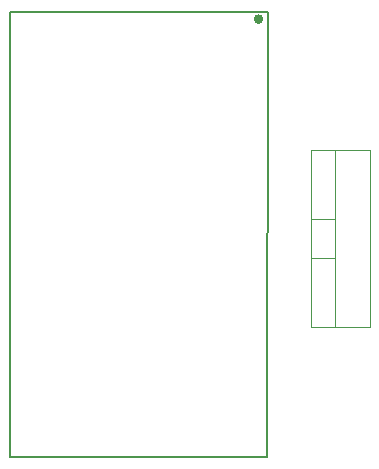
<source format=gbr>
G04 #@! TF.GenerationSoftware,KiCad,Pcbnew,5.1.7-a382d34a8~88~ubuntu18.04.1*
G04 #@! TF.CreationDate,2021-08-20T00:55:46+05:30*
G04 #@! TF.ProjectId,BackEnd_HeavyDevice_v4,4261636b-456e-4645-9f48-656176794465,rev?*
G04 #@! TF.SameCoordinates,Original*
G04 #@! TF.FileFunction,Other,Fab,Top*
%FSLAX46Y46*%
G04 Gerber Fmt 4.6, Leading zero omitted, Abs format (unit mm)*
G04 Created by KiCad (PCBNEW 5.1.7-a382d34a8~88~ubuntu18.04.1) date 2021-08-20 00:55:46*
%MOMM*%
%LPD*%
G01*
G04 APERTURE LIST*
%ADD10C,0.100000*%
%ADD11C,0.400000*%
%ADD12C,0.127000*%
G04 APERTURE END LIST*
D10*
X144927000Y-123927000D02*
X149927000Y-123927000D01*
X149927000Y-123927000D02*
X149927000Y-109007000D01*
X149927000Y-109007000D02*
X144927000Y-109007000D01*
X144927000Y-109007000D02*
X144927000Y-123927000D01*
X146927000Y-123949000D02*
X146927000Y-108963000D01*
X144927000Y-118117000D02*
X146927000Y-118117000D01*
X144927000Y-114817000D02*
X146927000Y-114817000D01*
D11*
X140695000Y-97889000D02*
G75*
G03*
X140695000Y-97889000I-200000J0D01*
G01*
D12*
X119429000Y-134973000D02*
X119429000Y-97293000D01*
X141241000Y-134973000D02*
X119429000Y-134973000D01*
X141257000Y-97293000D02*
X141241000Y-134973000D01*
X119429000Y-97293000D02*
X141257000Y-97293000D01*
M02*

</source>
